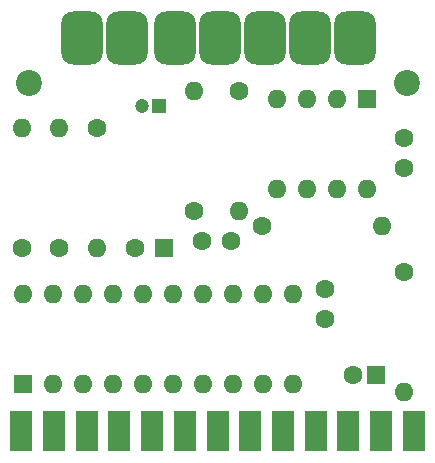
<source format=gbr>
%TF.GenerationSoftware,KiCad,Pcbnew,(6.0.0)*%
%TF.CreationDate,2022-03-19T09:51:23+00:00*%
%TF.ProjectId,open-amiga-samplerV1,6f70656e-2d61-46d6-9967-612d73616d70,rev?*%
%TF.SameCoordinates,Original*%
%TF.FileFunction,Soldermask,Top*%
%TF.FilePolarity,Negative*%
%FSLAX46Y46*%
G04 Gerber Fmt 4.6, Leading zero omitted, Abs format (unit mm)*
G04 Created by KiCad (PCBNEW (6.0.0)) date 2022-03-19 09:51:23*
%MOMM*%
%LPD*%
G01*
G04 APERTURE LIST*
G04 Aperture macros list*
%AMRoundRect*
0 Rectangle with rounded corners*
0 $1 Rounding radius*
0 $2 $3 $4 $5 $6 $7 $8 $9 X,Y pos of 4 corners*
0 Add a 4 corners polygon primitive as box body*
4,1,4,$2,$3,$4,$5,$6,$7,$8,$9,$2,$3,0*
0 Add four circle primitives for the rounded corners*
1,1,$1+$1,$2,$3*
1,1,$1+$1,$4,$5*
1,1,$1+$1,$6,$7*
1,1,$1+$1,$8,$9*
0 Add four rect primitives between the rounded corners*
20,1,$1+$1,$2,$3,$4,$5,0*
20,1,$1+$1,$4,$5,$6,$7,0*
20,1,$1+$1,$6,$7,$8,$9,0*
20,1,$1+$1,$8,$9,$2,$3,0*%
G04 Aperture macros list end*
%ADD10C,1.600000*%
%ADD11O,1.600000X1.600000*%
%ADD12R,1.600000X1.600000*%
%ADD13R,1.846667X3.480000*%
%ADD14RoundRect,1.000000X0.750000X1.250000X-0.750000X1.250000X-0.750000X-1.250000X0.750000X-1.250000X0*%
%ADD15RoundRect,1.000000X-0.750000X-1.250000X0.750000X-1.250000X0.750000X1.250000X-0.750000X1.250000X0*%
%ADD16C,2.200000*%
%ADD17R,1.200000X1.200000*%
%ADD18C,1.200000*%
G04 APERTURE END LIST*
D10*
%TO.C,R7*%
X73025000Y-41910000D03*
D11*
X83185000Y-41910000D03*
%TD*%
D10*
%TO.C,C6*%
X70445000Y-43180000D03*
X67945000Y-43180000D03*
%TD*%
%TO.C,C5*%
X85090000Y-36961000D03*
X85090000Y-34461000D03*
%TD*%
%TO.C,C3*%
X78421000Y-47264000D03*
X78421000Y-49764000D03*
%TD*%
D12*
%TO.C,C1*%
X64770000Y-43815000D03*
D10*
X62270000Y-43815000D03*
%TD*%
D13*
%TO.C,J3*%
X52680000Y-59305000D03*
X55450000Y-59305000D03*
X58220000Y-59305000D03*
X60990000Y-59305000D03*
X63760000Y-59305000D03*
X66530000Y-59305000D03*
X69300000Y-59305000D03*
X72070000Y-59305000D03*
X74840000Y-59305000D03*
X77610000Y-59305000D03*
X80380000Y-59305000D03*
X83150000Y-59305000D03*
X85920000Y-59305000D03*
%TD*%
D12*
%TO.C,U1*%
X52829499Y-55290499D03*
D11*
X55369499Y-55290499D03*
X57909499Y-55290499D03*
X60449499Y-55290499D03*
X62989499Y-55290499D03*
X65529499Y-55290499D03*
X68069499Y-55290499D03*
X70609499Y-55290499D03*
X73149499Y-55290499D03*
X75689499Y-55290499D03*
X75689499Y-47670499D03*
X73149499Y-47670499D03*
X70609499Y-47670499D03*
X68069499Y-47670499D03*
X65529499Y-47670499D03*
X62989499Y-47670499D03*
X60449499Y-47670499D03*
X57909499Y-47670499D03*
X55369499Y-47670499D03*
X52829499Y-47670499D03*
%TD*%
%TO.C,R6*%
X67310000Y-30480000D03*
D10*
X67310000Y-40640000D03*
%TD*%
%TO.C,R5*%
X71120000Y-30480000D03*
D11*
X71120000Y-40640000D03*
%TD*%
D12*
%TO.C,U2*%
X81915000Y-31137001D03*
D11*
X79375000Y-31137001D03*
X76835000Y-31137001D03*
X74295000Y-31137001D03*
X74295000Y-38757001D03*
X76835000Y-38757001D03*
X79375000Y-38757001D03*
X81915000Y-38757001D03*
%TD*%
D14*
%TO.C,J2*%
X69469000Y-25971500D03*
X65659000Y-25971500D03*
%TD*%
D15*
%TO.C,RV1*%
X73342500Y-26035000D03*
X77152500Y-26035000D03*
X80962500Y-26035000D03*
%TD*%
%TO.C,J1*%
X57785000Y-25971500D03*
X61595000Y-25971500D03*
%TD*%
D11*
%TO.C,R2*%
X55880000Y-33655000D03*
D10*
X55880000Y-43815000D03*
%TD*%
%TO.C,R1*%
X52705000Y-43815000D03*
D11*
X52705000Y-33655000D03*
%TD*%
%TO.C,R4*%
X59055000Y-43815000D03*
D10*
X59055000Y-33655000D03*
%TD*%
%TO.C,R3*%
X85050000Y-45805000D03*
D11*
X85050000Y-55965000D03*
%TD*%
D16*
%TO.C,H1*%
X53300000Y-29805000D03*
%TD*%
%TO.C,H2*%
X85300000Y-29805000D03*
%TD*%
D12*
%TO.C,C4*%
X82739000Y-54528499D03*
D10*
X80739000Y-54528499D03*
%TD*%
D17*
%TO.C,C2*%
X64365000Y-31750000D03*
D18*
X62865000Y-31750000D03*
%TD*%
M02*

</source>
